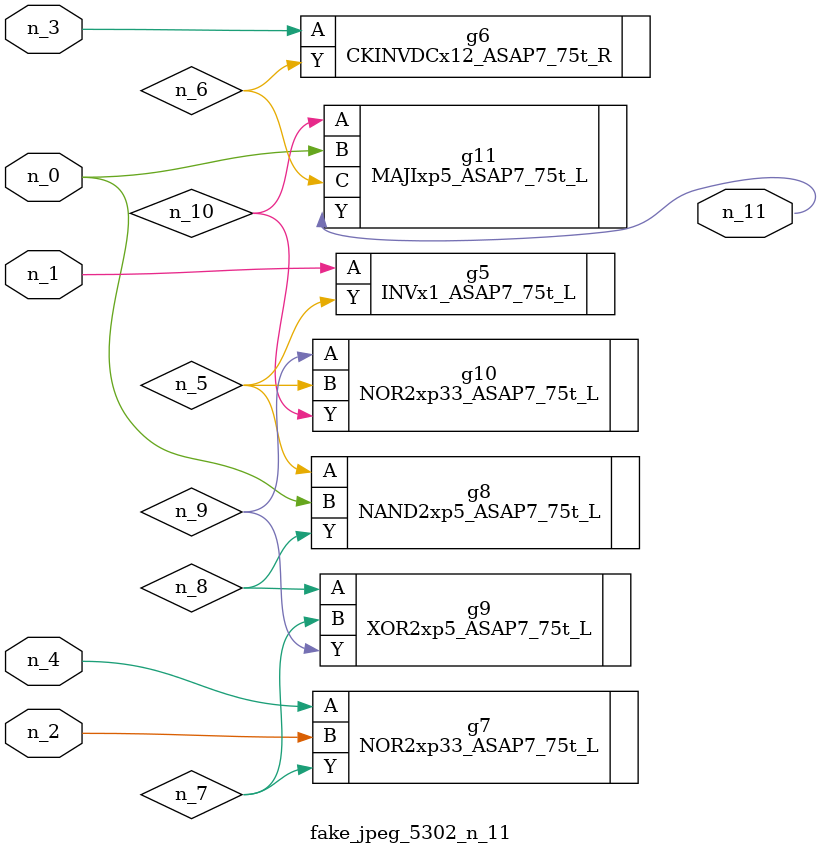
<source format=v>
module fake_jpeg_5302_n_11 (n_3, n_2, n_1, n_0, n_4, n_11);

input n_3;
input n_2;
input n_1;
input n_0;
input n_4;

output n_11;

wire n_10;
wire n_8;
wire n_9;
wire n_6;
wire n_5;
wire n_7;

INVx1_ASAP7_75t_L g5 ( 
.A(n_1),
.Y(n_5)
);

CKINVDCx12_ASAP7_75t_R g6 ( 
.A(n_3),
.Y(n_6)
);

NOR2xp33_ASAP7_75t_L g7 ( 
.A(n_4),
.B(n_2),
.Y(n_7)
);

NAND2xp5_ASAP7_75t_L g8 ( 
.A(n_5),
.B(n_0),
.Y(n_8)
);

XOR2xp5_ASAP7_75t_L g9 ( 
.A(n_8),
.B(n_7),
.Y(n_9)
);

NOR2xp33_ASAP7_75t_L g10 ( 
.A(n_9),
.B(n_5),
.Y(n_10)
);

MAJIxp5_ASAP7_75t_L g11 ( 
.A(n_10),
.B(n_0),
.C(n_6),
.Y(n_11)
);


endmodule
</source>
